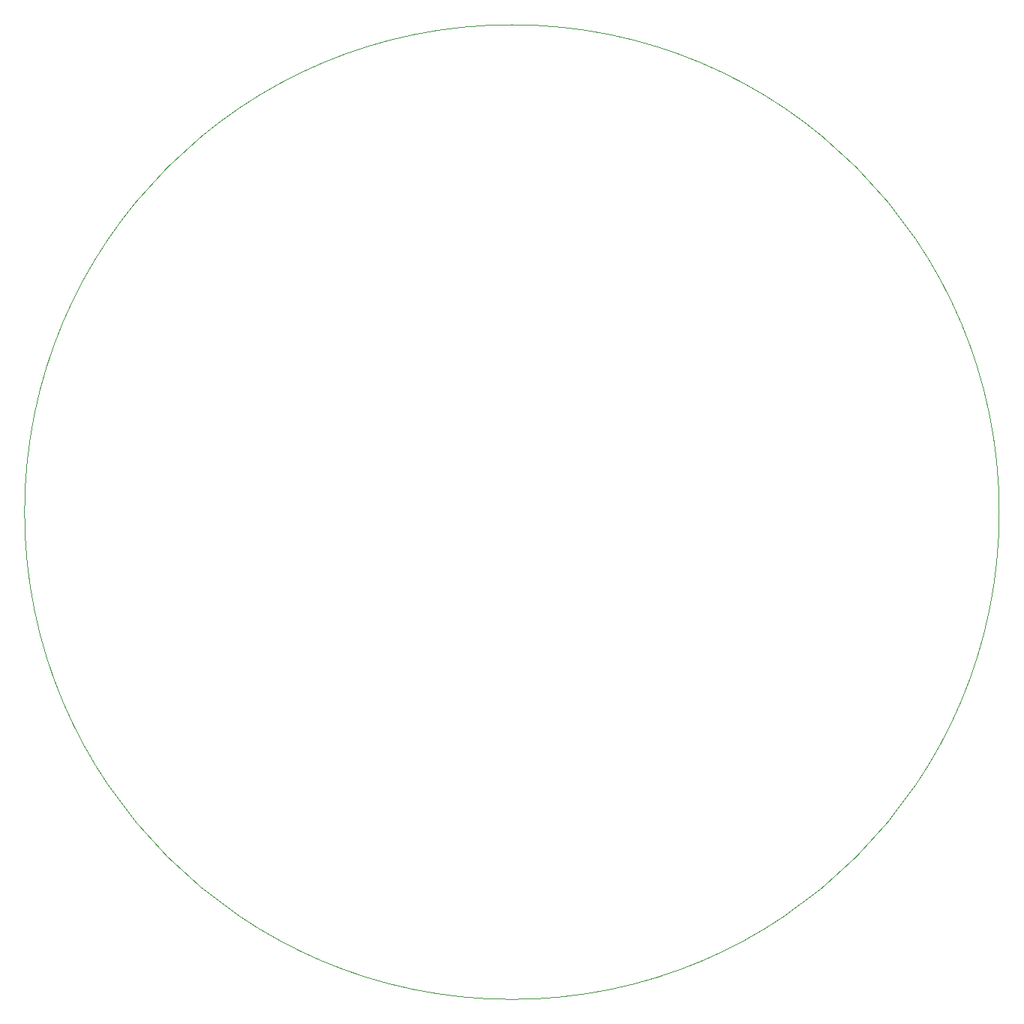
<source format=gbr>
%TF.GenerationSoftware,KiCad,Pcbnew,9.0.2*%
%TF.CreationDate,2025-06-27T21:47:48+01:00*%
%TF.ProjectId,Full_Circuit,46756c6c-5f43-4697-9263-7569742e6b69,rev?*%
%TF.SameCoordinates,Original*%
%TF.FileFunction,Profile,NP*%
%FSLAX46Y46*%
G04 Gerber Fmt 4.6, Leading zero omitted, Abs format (unit mm)*
G04 Created by KiCad (PCBNEW 9.0.2) date 2025-06-27 21:47:48*
%MOMM*%
%LPD*%
G01*
G04 APERTURE LIST*
%TA.AperFunction,Profile*%
%ADD10C,0.050000*%
%TD*%
G04 APERTURE END LIST*
D10*
X215519250Y-90296350D02*
G75*
G02*
X105519250Y-90296350I-55000000J0D01*
G01*
X105519250Y-90296350D02*
G75*
G02*
X215519250Y-90296350I55000000J0D01*
G01*
M02*

</source>
